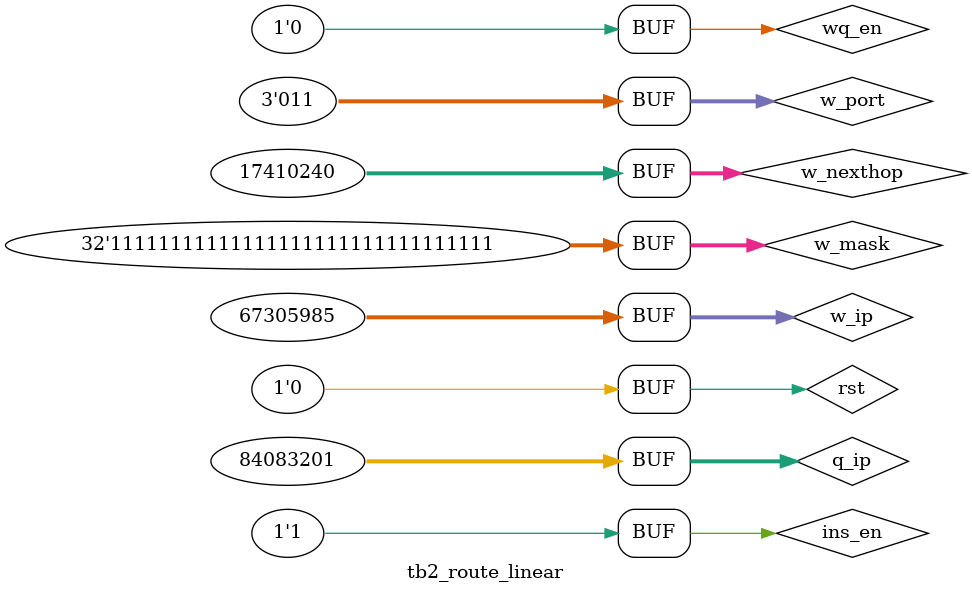
<source format=v>
`timescale 1ns / 1ps
module tb2_route_linear #(parameter CACHE_ADDR_WIDTH = 2)
                         ();
    reg rst;
    initial begin
        rst = 1;
        #5
        rst = 0;
    end
    
    wire clk_125M;
    
    clock clock_i(
    .clk_125M(clk_125M)
    );
    
    reg wq_en;
    reg ins_en;
    reg[31:0] w_ip;
    reg[31:0] w_mask;
    reg[2:0] w_port;
    reg[31:0] w_nexthop;
    reg[31:0] q_ip;
    wire[31:0] q_nexthop;
    wire[2:0] q_port;
    wire q_found;
    
    route_linear #(
    .CACHE_ADDR_WIDTH(CACHE_ADDR_WIDTH)
    ) router_linear_module(
    .clk(clk_125M),
    .rst(rst),
    .wq_en(wq_en),
    .ins_en(ins_en),
    .w_ip(w_ip),
    .w_mask(w_mask),
    .w_port(w_port),
    .w_nexthop(w_nexthop),
    .q_ip(q_ip),
    .q_nexthop(q_nexthop),
    .q_port(q_port),
    .q_found(q_found)
    );
    // Software Lookup Testcase 2
    // Input:
    // I,0x00030201,24,2,0x0203a8c0
    // I,0x04030201,32,3,0x0109a8c0
    // Q,0x01030201
    // Q,0x02030201
    // Q,0x03030201
    // Q,0x04030201
    // Q,0x05030201
    
    // Expected Output:
    // 0x0203a8c0 2
    // 0x0203a8c0 2
    // 0x0203a8c0 2
    // 0x0109a8c0 3
    // 0x0203a8c0 2
    
    initial begin
        #20
        wq_en     = 1;
        ins_en    = 1;
        w_ip      = 32'h00030201;
        w_mask    = 32'h00ffffff;
        w_port    = 2;
        w_nexthop = 32'h0203a8c0;
        #20
        wq_en = 0;
        
        #20
        wq_en     = 1;
        ins_en    = 1;
        w_ip      = 32'h04030201;
        w_mask    = 32'hffffffff;
        w_port    = 3;
        w_nexthop = 32'h0109a8c0;
        #20
        wq_en = 0;
        
        #20
        wq_en = 0;
        q_ip  = 32'h01030201;
        
        #20
        wq_en = 0;
        q_ip  = 32'h02030201;
        
        #20
        wq_en = 0;
        q_ip  = 32'h03030201;

        #20
        wq_en = 0;
        q_ip  = 32'h04030201;

        #20
        wq_en = 0;
        q_ip  = 32'h05030201;
    end
endmodule

</source>
